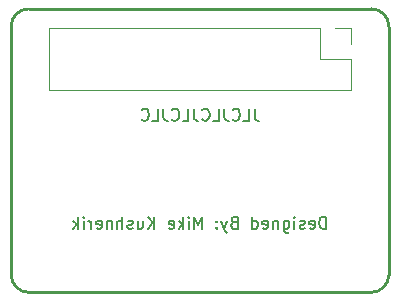
<source format=gbr>
G04 #@! TF.GenerationSoftware,KiCad,Pcbnew,(5.1.8)-1*
G04 #@! TF.CreationDate,2021-03-23T12:11:17-05:00*
G04 #@! TF.ProjectId,STLINK_Adapter,53544c49-4e4b-45f4-9164-61707465722e,rev?*
G04 #@! TF.SameCoordinates,Original*
G04 #@! TF.FileFunction,Legend,Bot*
G04 #@! TF.FilePolarity,Positive*
%FSLAX46Y46*%
G04 Gerber Fmt 4.6, Leading zero omitted, Abs format (unit mm)*
G04 Created by KiCad (PCBNEW (5.1.8)-1) date 2021-03-23 12:11:17*
%MOMM*%
%LPD*%
G01*
G04 APERTURE LIST*
%ADD10C,0.150000*%
G04 #@! TA.AperFunction,Profile*
%ADD11C,0.254000*%
G04 #@! TD*
%ADD12C,0.120000*%
G04 APERTURE END LIST*
D10*
X110666666Y-108602380D02*
X110666666Y-107602380D01*
X110428571Y-107602380D01*
X110285714Y-107650000D01*
X110190476Y-107745238D01*
X110142857Y-107840476D01*
X110095238Y-108030952D01*
X110095238Y-108173809D01*
X110142857Y-108364285D01*
X110190476Y-108459523D01*
X110285714Y-108554761D01*
X110428571Y-108602380D01*
X110666666Y-108602380D01*
X109285714Y-108554761D02*
X109380952Y-108602380D01*
X109571428Y-108602380D01*
X109666666Y-108554761D01*
X109714285Y-108459523D01*
X109714285Y-108078571D01*
X109666666Y-107983333D01*
X109571428Y-107935714D01*
X109380952Y-107935714D01*
X109285714Y-107983333D01*
X109238095Y-108078571D01*
X109238095Y-108173809D01*
X109714285Y-108269047D01*
X108857142Y-108554761D02*
X108761904Y-108602380D01*
X108571428Y-108602380D01*
X108476190Y-108554761D01*
X108428571Y-108459523D01*
X108428571Y-108411904D01*
X108476190Y-108316666D01*
X108571428Y-108269047D01*
X108714285Y-108269047D01*
X108809523Y-108221428D01*
X108857142Y-108126190D01*
X108857142Y-108078571D01*
X108809523Y-107983333D01*
X108714285Y-107935714D01*
X108571428Y-107935714D01*
X108476190Y-107983333D01*
X108000000Y-108602380D02*
X108000000Y-107935714D01*
X108000000Y-107602380D02*
X108047619Y-107650000D01*
X108000000Y-107697619D01*
X107952380Y-107650000D01*
X108000000Y-107602380D01*
X108000000Y-107697619D01*
X107095238Y-107935714D02*
X107095238Y-108745238D01*
X107142857Y-108840476D01*
X107190476Y-108888095D01*
X107285714Y-108935714D01*
X107428571Y-108935714D01*
X107523809Y-108888095D01*
X107095238Y-108554761D02*
X107190476Y-108602380D01*
X107380952Y-108602380D01*
X107476190Y-108554761D01*
X107523809Y-108507142D01*
X107571428Y-108411904D01*
X107571428Y-108126190D01*
X107523809Y-108030952D01*
X107476190Y-107983333D01*
X107380952Y-107935714D01*
X107190476Y-107935714D01*
X107095238Y-107983333D01*
X106619047Y-107935714D02*
X106619047Y-108602380D01*
X106619047Y-108030952D02*
X106571428Y-107983333D01*
X106476190Y-107935714D01*
X106333333Y-107935714D01*
X106238095Y-107983333D01*
X106190476Y-108078571D01*
X106190476Y-108602380D01*
X105333333Y-108554761D02*
X105428571Y-108602380D01*
X105619047Y-108602380D01*
X105714285Y-108554761D01*
X105761904Y-108459523D01*
X105761904Y-108078571D01*
X105714285Y-107983333D01*
X105619047Y-107935714D01*
X105428571Y-107935714D01*
X105333333Y-107983333D01*
X105285714Y-108078571D01*
X105285714Y-108173809D01*
X105761904Y-108269047D01*
X104428571Y-108602380D02*
X104428571Y-107602380D01*
X104428571Y-108554761D02*
X104523809Y-108602380D01*
X104714285Y-108602380D01*
X104809523Y-108554761D01*
X104857142Y-108507142D01*
X104904761Y-108411904D01*
X104904761Y-108126190D01*
X104857142Y-108030952D01*
X104809523Y-107983333D01*
X104714285Y-107935714D01*
X104523809Y-107935714D01*
X104428571Y-107983333D01*
X102857142Y-108078571D02*
X102714285Y-108126190D01*
X102666666Y-108173809D01*
X102619047Y-108269047D01*
X102619047Y-108411904D01*
X102666666Y-108507142D01*
X102714285Y-108554761D01*
X102809523Y-108602380D01*
X103190476Y-108602380D01*
X103190476Y-107602380D01*
X102857142Y-107602380D01*
X102761904Y-107650000D01*
X102714285Y-107697619D01*
X102666666Y-107792857D01*
X102666666Y-107888095D01*
X102714285Y-107983333D01*
X102761904Y-108030952D01*
X102857142Y-108078571D01*
X103190476Y-108078571D01*
X102285714Y-107935714D02*
X102047619Y-108602380D01*
X101809523Y-107935714D02*
X102047619Y-108602380D01*
X102142857Y-108840476D01*
X102190476Y-108888095D01*
X102285714Y-108935714D01*
X101428571Y-108507142D02*
X101380952Y-108554761D01*
X101428571Y-108602380D01*
X101476190Y-108554761D01*
X101428571Y-108507142D01*
X101428571Y-108602380D01*
X101428571Y-107983333D02*
X101380952Y-108030952D01*
X101428571Y-108078571D01*
X101476190Y-108030952D01*
X101428571Y-107983333D01*
X101428571Y-108078571D01*
X100190476Y-108602380D02*
X100190476Y-107602380D01*
X99857142Y-108316666D01*
X99523809Y-107602380D01*
X99523809Y-108602380D01*
X99047619Y-108602380D02*
X99047619Y-107935714D01*
X99047619Y-107602380D02*
X99095238Y-107650000D01*
X99047619Y-107697619D01*
X99000000Y-107650000D01*
X99047619Y-107602380D01*
X99047619Y-107697619D01*
X98571428Y-108602380D02*
X98571428Y-107602380D01*
X98476190Y-108221428D02*
X98190476Y-108602380D01*
X98190476Y-107935714D02*
X98571428Y-108316666D01*
X97380952Y-108554761D02*
X97476190Y-108602380D01*
X97666666Y-108602380D01*
X97761904Y-108554761D01*
X97809523Y-108459523D01*
X97809523Y-108078571D01*
X97761904Y-107983333D01*
X97666666Y-107935714D01*
X97476190Y-107935714D01*
X97380952Y-107983333D01*
X97333333Y-108078571D01*
X97333333Y-108173809D01*
X97809523Y-108269047D01*
X96142857Y-108602380D02*
X96142857Y-107602380D01*
X95571428Y-108602380D02*
X96000000Y-108030952D01*
X95571428Y-107602380D02*
X96142857Y-108173809D01*
X94714285Y-107935714D02*
X94714285Y-108602380D01*
X95142857Y-107935714D02*
X95142857Y-108459523D01*
X95095238Y-108554761D01*
X95000000Y-108602380D01*
X94857142Y-108602380D01*
X94761904Y-108554761D01*
X94714285Y-108507142D01*
X94285714Y-108554761D02*
X94190476Y-108602380D01*
X94000000Y-108602380D01*
X93904761Y-108554761D01*
X93857142Y-108459523D01*
X93857142Y-108411904D01*
X93904761Y-108316666D01*
X94000000Y-108269047D01*
X94142857Y-108269047D01*
X94238095Y-108221428D01*
X94285714Y-108126190D01*
X94285714Y-108078571D01*
X94238095Y-107983333D01*
X94142857Y-107935714D01*
X94000000Y-107935714D01*
X93904761Y-107983333D01*
X93428571Y-108602380D02*
X93428571Y-107602380D01*
X93000000Y-108602380D02*
X93000000Y-108078571D01*
X93047619Y-107983333D01*
X93142857Y-107935714D01*
X93285714Y-107935714D01*
X93380952Y-107983333D01*
X93428571Y-108030952D01*
X92523809Y-107935714D02*
X92523809Y-108602380D01*
X92523809Y-108030952D02*
X92476190Y-107983333D01*
X92380952Y-107935714D01*
X92238095Y-107935714D01*
X92142857Y-107983333D01*
X92095238Y-108078571D01*
X92095238Y-108602380D01*
X91238095Y-108554761D02*
X91333333Y-108602380D01*
X91523809Y-108602380D01*
X91619047Y-108554761D01*
X91666666Y-108459523D01*
X91666666Y-108078571D01*
X91619047Y-107983333D01*
X91523809Y-107935714D01*
X91333333Y-107935714D01*
X91238095Y-107983333D01*
X91190476Y-108078571D01*
X91190476Y-108173809D01*
X91666666Y-108269047D01*
X90761904Y-108602380D02*
X90761904Y-107935714D01*
X90761904Y-108126190D02*
X90714285Y-108030952D01*
X90666666Y-107983333D01*
X90571428Y-107935714D01*
X90476190Y-107935714D01*
X90142857Y-108602380D02*
X90142857Y-107935714D01*
X90142857Y-107602380D02*
X90190476Y-107650000D01*
X90142857Y-107697619D01*
X90095238Y-107650000D01*
X90142857Y-107602380D01*
X90142857Y-107697619D01*
X89666666Y-108602380D02*
X89666666Y-107602380D01*
X89571428Y-108221428D02*
X89285714Y-108602380D01*
X89285714Y-107935714D02*
X89666666Y-108316666D01*
X104619047Y-98452380D02*
X104619047Y-99166666D01*
X104666666Y-99309523D01*
X104761904Y-99404761D01*
X104904761Y-99452380D01*
X105000000Y-99452380D01*
X103666666Y-99452380D02*
X104142857Y-99452380D01*
X104142857Y-98452380D01*
X102761904Y-99357142D02*
X102809523Y-99404761D01*
X102952380Y-99452380D01*
X103047619Y-99452380D01*
X103190476Y-99404761D01*
X103285714Y-99309523D01*
X103333333Y-99214285D01*
X103380952Y-99023809D01*
X103380952Y-98880952D01*
X103333333Y-98690476D01*
X103285714Y-98595238D01*
X103190476Y-98500000D01*
X103047619Y-98452380D01*
X102952380Y-98452380D01*
X102809523Y-98500000D01*
X102761904Y-98547619D01*
X102047619Y-98452380D02*
X102047619Y-99166666D01*
X102095238Y-99309523D01*
X102190476Y-99404761D01*
X102333333Y-99452380D01*
X102428571Y-99452380D01*
X101095238Y-99452380D02*
X101571428Y-99452380D01*
X101571428Y-98452380D01*
X100190476Y-99357142D02*
X100238095Y-99404761D01*
X100380952Y-99452380D01*
X100476190Y-99452380D01*
X100619047Y-99404761D01*
X100714285Y-99309523D01*
X100761904Y-99214285D01*
X100809523Y-99023809D01*
X100809523Y-98880952D01*
X100761904Y-98690476D01*
X100714285Y-98595238D01*
X100619047Y-98500000D01*
X100476190Y-98452380D01*
X100380952Y-98452380D01*
X100238095Y-98500000D01*
X100190476Y-98547619D01*
X99476190Y-98452380D02*
X99476190Y-99166666D01*
X99523809Y-99309523D01*
X99619047Y-99404761D01*
X99761904Y-99452380D01*
X99857142Y-99452380D01*
X98523809Y-99452380D02*
X99000000Y-99452380D01*
X99000000Y-98452380D01*
X97619047Y-99357142D02*
X97666666Y-99404761D01*
X97809523Y-99452380D01*
X97904761Y-99452380D01*
X98047619Y-99404761D01*
X98142857Y-99309523D01*
X98190476Y-99214285D01*
X98238095Y-99023809D01*
X98238095Y-98880952D01*
X98190476Y-98690476D01*
X98142857Y-98595238D01*
X98047619Y-98500000D01*
X97904761Y-98452380D01*
X97809523Y-98452380D01*
X97666666Y-98500000D01*
X97619047Y-98547619D01*
X96904761Y-98452380D02*
X96904761Y-99166666D01*
X96952380Y-99309523D01*
X97047619Y-99404761D01*
X97190476Y-99452380D01*
X97285714Y-99452380D01*
X95952380Y-99452380D02*
X96428571Y-99452380D01*
X96428571Y-98452380D01*
X95047619Y-99357142D02*
X95095238Y-99404761D01*
X95238095Y-99452380D01*
X95333333Y-99452380D01*
X95476190Y-99404761D01*
X95571428Y-99309523D01*
X95619047Y-99214285D01*
X95666666Y-99023809D01*
X95666666Y-98880952D01*
X95619047Y-98690476D01*
X95571428Y-98595238D01*
X95476190Y-98500000D01*
X95333333Y-98452380D01*
X95238095Y-98452380D01*
X95095238Y-98500000D01*
X95047619Y-98547619D01*
D11*
X114500000Y-90000000D02*
G75*
G02*
X116000000Y-91500000I0J-1500000D01*
G01*
X116000000Y-112500000D02*
G75*
G02*
X114500000Y-114000000I-1500000J0D01*
G01*
X85500000Y-114000000D02*
G75*
G02*
X84000000Y-112500000I0J1500000D01*
G01*
X85500000Y-114000000D02*
X114500000Y-114000000D01*
X116000000Y-91500000D02*
X116000000Y-112500000D01*
X84000000Y-91500000D02*
X84000000Y-112500000D01*
X84000000Y-91500000D02*
G75*
G02*
X85500000Y-90000000I1500000J0D01*
G01*
X85500000Y-90000000D02*
X114500000Y-90000000D01*
D12*
X112760000Y-92980000D02*
X112760000Y-91650000D01*
X112760000Y-91650000D02*
X111430000Y-91650000D01*
X112760000Y-94250000D02*
X110160000Y-94250000D01*
X110160000Y-94250000D02*
X110160000Y-91650000D01*
X110160000Y-91650000D02*
X87240000Y-91650000D01*
X87240000Y-96850000D02*
X87240000Y-91650000D01*
X112760000Y-96850000D02*
X87240000Y-96850000D01*
X112760000Y-96850000D02*
X112760000Y-94250000D01*
M02*

</source>
